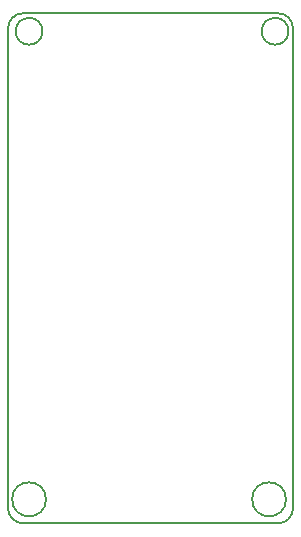
<source format=gbr>
G04 #@! TF.FileFunction,Profile,NP*
%FSLAX46Y46*%
G04 Gerber Fmt 4.6, Leading zero omitted, Abs format (unit mm)*
G04 Created by KiCad (PCBNEW 4.0.4-stable) date 04/19/19 18:38:00*
%MOMM*%
%LPD*%
G01*
G04 APERTURE LIST*
%ADD10C,0.100000*%
%ADD11C,0.150000*%
G04 APERTURE END LIST*
D10*
D11*
X103544841Y-99568000D02*
G75*
G03X103544841Y-99568000I-1436841J0D01*
G01*
X123864841Y-99568000D02*
G75*
G03X123864841Y-99568000I-1436841J0D01*
G01*
X124071923Y-59944000D02*
G75*
G03X124071923Y-59944000I-1135923J0D01*
G01*
X103243923Y-59944000D02*
G75*
G03X103243923Y-59944000I-1135923J0D01*
G01*
X123190000Y-101600000D02*
G75*
G03X124460000Y-100330000I0J1270000D01*
G01*
X100330000Y-100330000D02*
G75*
G03X101600000Y-101600000I1270000J0D01*
G01*
X101600000Y-58420000D02*
G75*
G03X100330000Y-59690000I0J-1270000D01*
G01*
X124460000Y-59690000D02*
G75*
G03X123190000Y-58420000I-1270000J0D01*
G01*
X101600000Y-58420000D02*
X123190000Y-58420000D01*
X100330000Y-100330000D02*
X100330000Y-59690000D01*
X123190000Y-101600000D02*
X101600000Y-101600000D01*
X124460000Y-59690000D02*
X124460000Y-100330000D01*
M02*

</source>
